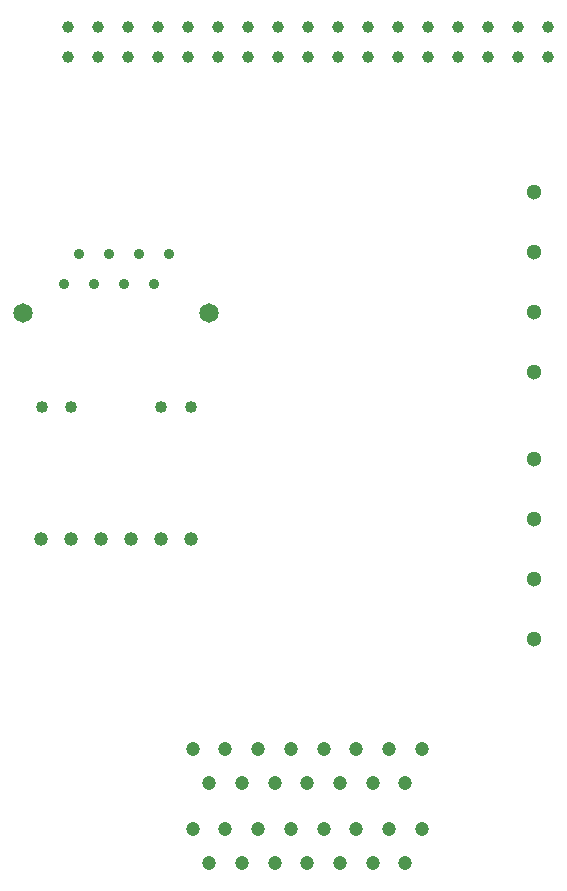
<source format=gbr>
%TF.GenerationSoftware,KiCad,Pcbnew,(5.1.9)-1*%
%TF.CreationDate,2021-06-09T13:11:03-04:00*%
%TF.ProjectId,encoder signal conditioner_rev7,656e636f-6465-4722-9073-69676e616c20,rev?*%
%TF.SameCoordinates,Original*%
%TF.FileFunction,Plated,1,4,PTH,Drill*%
%TF.FilePolarity,Positive*%
%FSLAX46Y46*%
G04 Gerber Fmt 4.6, Leading zero omitted, Abs format (unit mm)*
G04 Created by KiCad (PCBNEW (5.1.9)-1) date 2021-06-09 13:11:03*
%MOMM*%
%LPD*%
G01*
G04 APERTURE LIST*
%TA.AperFunction,ComponentDrill*%
%ADD10C,0.889000*%
%TD*%
%TA.AperFunction,ComponentDrill*%
%ADD11C,1.000000*%
%TD*%
%TA.AperFunction,ComponentDrill*%
%ADD12C,1.016000*%
%TD*%
%TA.AperFunction,ComponentDrill*%
%ADD13C,1.190000*%
%TD*%
%TA.AperFunction,ComponentDrill*%
%ADD14C,1.200000*%
%TD*%
%TA.AperFunction,ComponentDrill*%
%ADD15C,1.300000*%
%TD*%
%TA.AperFunction,ComponentDrill*%
%ADD16C,1.651000*%
%TD*%
G04 APERTURE END LIST*
D10*
%TO.C,J1*%
X106908600Y-73101200D03*
X108178600Y-70561200D03*
X109448600Y-73101200D03*
X110718600Y-70561200D03*
X111988600Y-73101200D03*
X113258600Y-70561200D03*
X114528600Y-73101200D03*
X115798600Y-70561200D03*
D11*
%TO.C,J3*%
X107231180Y-51358800D03*
X107231180Y-53898800D03*
X109771180Y-51358800D03*
X109771180Y-53898800D03*
X112311180Y-51358800D03*
X112311180Y-53898800D03*
X114851180Y-51358800D03*
X114851180Y-53898800D03*
X117391180Y-51358800D03*
X117391180Y-53898800D03*
X119931180Y-51358800D03*
X119931180Y-53898800D03*
X122471180Y-51358800D03*
X122471180Y-53898800D03*
X125011180Y-51358800D03*
X125011180Y-53898800D03*
X127551180Y-51358800D03*
X127551180Y-53898800D03*
X130091180Y-51358800D03*
X130091180Y-53898800D03*
X132631180Y-51358800D03*
X132631180Y-53898800D03*
X135171180Y-51358800D03*
X135171180Y-53898800D03*
X137711180Y-51358800D03*
X137711180Y-53898800D03*
X140251180Y-51358800D03*
X140251180Y-53898800D03*
X142791180Y-51358800D03*
X142791180Y-53898800D03*
X145331180Y-51358800D03*
X145331180Y-53898800D03*
X147871180Y-51358800D03*
X147871180Y-53898800D03*
D12*
%TO.C,J1*%
X105029000Y-83566000D03*
X107543600Y-83566000D03*
X115138200Y-83566000D03*
X117652800Y-83566000D03*
D13*
%TO.C,J2*%
X105008600Y-94714060D03*
X107548600Y-94714060D03*
X110088600Y-94714060D03*
X112628600Y-94714060D03*
X115168600Y-94714060D03*
X117708600Y-94714060D03*
D14*
%TO.C,U1*%
X117829540Y-112530400D03*
X117829540Y-119280400D03*
X119214540Y-115370400D03*
X119214540Y-122120400D03*
X120599540Y-112530400D03*
X120599540Y-119280400D03*
X121984540Y-115370400D03*
X121984540Y-122120400D03*
X123369540Y-112530400D03*
X123369540Y-119280400D03*
X124754540Y-115370400D03*
X124754540Y-122120400D03*
X126139540Y-112530400D03*
X126139540Y-119280400D03*
X127524540Y-115370400D03*
X127524540Y-122120400D03*
X128909540Y-112530400D03*
X128909540Y-119280400D03*
X130294540Y-115370400D03*
X130294540Y-122120400D03*
X131679540Y-112530400D03*
X131679540Y-119280400D03*
X133064540Y-115370400D03*
X133064540Y-122120400D03*
X134449540Y-112530400D03*
X134449540Y-119280400D03*
X135834540Y-115370400D03*
X135834540Y-122120400D03*
X137219540Y-112530400D03*
X137219540Y-119280400D03*
D15*
%TO.C,J4*%
X146740880Y-65331340D03*
X146740880Y-70411340D03*
X146740880Y-75491340D03*
X146740880Y-80571340D03*
%TO.C,J5*%
X146740880Y-87924640D03*
X146740880Y-93004640D03*
X146740880Y-98084640D03*
X146740880Y-103164640D03*
D16*
%TO.C,J1*%
X103479600Y-75565000D03*
X119227600Y-75565000D03*
M02*

</source>
